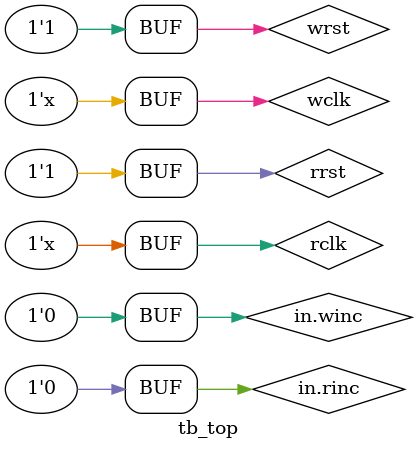
<source format=sv>
`include "interface.sv"
`include "fifotest.sv"


module tb_top;
  bit rclk,wclk,rrst,wrst;
  always #4 wclk = ~wclk;
  always #10 rclk = ~rclk;
  
  intf in (wclk,rclk,wrst,rrst);
  test t1 (in);

  FIFO DUT (.wData(in.wData),
            .wFull(in.wFull),
            .rEmpty(in.rEmpty),
            .winc(in.winc),

            .rinc(in.rinc),
            .wclk(in.wclk),
            .rclk(in.rclk),
            .rrst(in.rrst),
            .wrst(in.wrst),
            .rData(in.rData));
  
  

   initial begin
    wclk =0;
    rclk=0;
    wrst =0;
    rrst=0;
    in.rinc=0;
    in.winc=0;
    #1
    rrst =1;
    wrst=1;


    

   end

 
endmodule


</source>
